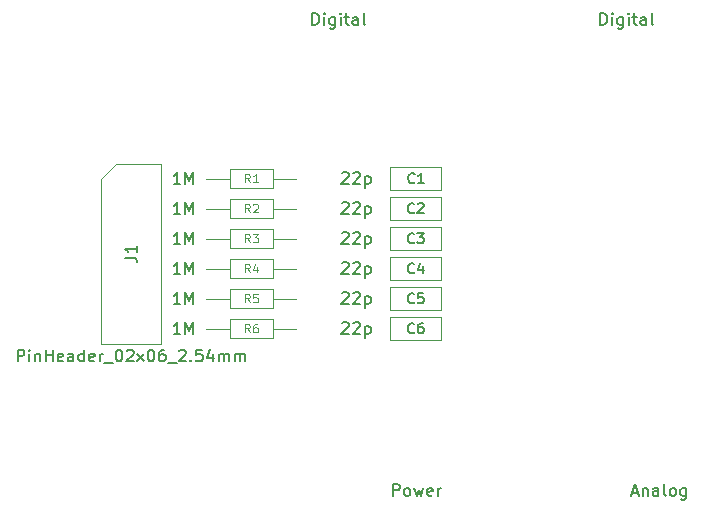
<source format=gbr>
%TF.GenerationSoftware,KiCad,Pcbnew,5.1.6-c6e7f7d~87~ubuntu18.04.1*%
%TF.CreationDate,2020-08-09T15:00:25+02:00*%
%TF.ProjectId,uno-analog-input,756e6f2d-616e-4616-9c6f-672d696e7075,rev?*%
%TF.SameCoordinates,PX69db1f0PY7882d48*%
%TF.FileFunction,Other,Fab,Top*%
%FSLAX46Y46*%
G04 Gerber Fmt 4.6, Leading zero omitted, Abs format (unit mm)*
G04 Created by KiCad (PCBNEW 5.1.6-c6e7f7d~87~ubuntu18.04.1) date 2020-08-09 15:00:25*
%MOMM*%
%LPD*%
G01*
G04 APERTURE LIST*
%ADD10C,0.100000*%
%ADD11C,0.150000*%
%ADD12C,0.129000*%
%ADD13C,0.108000*%
G04 APERTURE END LIST*
D10*
%TO.C,C1*%
X34640000Y33970000D02*
X34640000Y32070000D01*
X34640000Y32070000D02*
X38940000Y32070000D01*
X38940000Y32070000D02*
X38940000Y33970000D01*
X38940000Y33970000D02*
X34640000Y33970000D01*
%TO.C,C2*%
X38940000Y31430000D02*
X34640000Y31430000D01*
X38940000Y29530000D02*
X38940000Y31430000D01*
X34640000Y29530000D02*
X38940000Y29530000D01*
X34640000Y31430000D02*
X34640000Y29530000D01*
%TO.C,C3*%
X34640000Y28890000D02*
X34640000Y26990000D01*
X34640000Y26990000D02*
X38940000Y26990000D01*
X38940000Y26990000D02*
X38940000Y28890000D01*
X38940000Y28890000D02*
X34640000Y28890000D01*
%TO.C,C4*%
X38940000Y26350000D02*
X34640000Y26350000D01*
X38940000Y24450000D02*
X38940000Y26350000D01*
X34640000Y24450000D02*
X38940000Y24450000D01*
X34640000Y26350000D02*
X34640000Y24450000D01*
%TO.C,C5*%
X34640000Y23810000D02*
X34640000Y21910000D01*
X34640000Y21910000D02*
X38940000Y21910000D01*
X38940000Y21910000D02*
X38940000Y23810000D01*
X38940000Y23810000D02*
X34640000Y23810000D01*
%TO.C,C6*%
X38940000Y21270000D02*
X34640000Y21270000D01*
X38940000Y19370000D02*
X38940000Y21270000D01*
X34640000Y19370000D02*
X38940000Y19370000D01*
X34640000Y21270000D02*
X34640000Y19370000D01*
%TO.C,J1*%
X11430000Y34290000D02*
X15240000Y34290000D01*
X15240000Y34290000D02*
X15240000Y19050000D01*
X15240000Y19050000D02*
X10160000Y19050000D01*
X10160000Y19050000D02*
X10160000Y33020000D01*
X10160000Y33020000D02*
X11430000Y34290000D01*
%TO.C,R1*%
X19050000Y33020000D02*
X21060000Y33020000D01*
X26670000Y33020000D02*
X24660000Y33020000D01*
X21060000Y32220000D02*
X24660000Y32220000D01*
X21060000Y33820000D02*
X21060000Y32220000D01*
X24660000Y33820000D02*
X21060000Y33820000D01*
X24660000Y32220000D02*
X24660000Y33820000D01*
%TO.C,R2*%
X24660000Y29680000D02*
X24660000Y31280000D01*
X24660000Y31280000D02*
X21060000Y31280000D01*
X21060000Y31280000D02*
X21060000Y29680000D01*
X21060000Y29680000D02*
X24660000Y29680000D01*
X26670000Y30480000D02*
X24660000Y30480000D01*
X19050000Y30480000D02*
X21060000Y30480000D01*
%TO.C,R3*%
X19050000Y27940000D02*
X21060000Y27940000D01*
X26670000Y27940000D02*
X24660000Y27940000D01*
X21060000Y27140000D02*
X24660000Y27140000D01*
X21060000Y28740000D02*
X21060000Y27140000D01*
X24660000Y28740000D02*
X21060000Y28740000D01*
X24660000Y27140000D02*
X24660000Y28740000D01*
%TO.C,R4*%
X24660000Y24600000D02*
X24660000Y26200000D01*
X24660000Y26200000D02*
X21060000Y26200000D01*
X21060000Y26200000D02*
X21060000Y24600000D01*
X21060000Y24600000D02*
X24660000Y24600000D01*
X26670000Y25400000D02*
X24660000Y25400000D01*
X19050000Y25400000D02*
X21060000Y25400000D01*
%TO.C,R5*%
X19050000Y22860000D02*
X21060000Y22860000D01*
X26670000Y22860000D02*
X24660000Y22860000D01*
X21060000Y22060000D02*
X24660000Y22060000D01*
X21060000Y23660000D02*
X21060000Y22060000D01*
X24660000Y23660000D02*
X21060000Y23660000D01*
X24660000Y22060000D02*
X24660000Y23660000D01*
%TO.C,R6*%
X24660000Y19520000D02*
X24660000Y21120000D01*
X24660000Y21120000D02*
X21060000Y21120000D01*
X21060000Y21120000D02*
X21060000Y19520000D01*
X21060000Y19520000D02*
X24660000Y19520000D01*
X26670000Y20320000D02*
X24660000Y20320000D01*
X19050000Y20320000D02*
X21060000Y20320000D01*
%TD*%
%TO.C,P1*%
D11*
X34853809Y6151620D02*
X34853809Y7151620D01*
X35234761Y7151620D01*
X35330000Y7104000D01*
X35377619Y7056381D01*
X35425238Y6961143D01*
X35425238Y6818286D01*
X35377619Y6723048D01*
X35330000Y6675429D01*
X35234761Y6627810D01*
X34853809Y6627810D01*
X35996666Y6151620D02*
X35901428Y6199239D01*
X35853809Y6246858D01*
X35806190Y6342096D01*
X35806190Y6627810D01*
X35853809Y6723048D01*
X35901428Y6770667D01*
X35996666Y6818286D01*
X36139523Y6818286D01*
X36234761Y6770667D01*
X36282380Y6723048D01*
X36330000Y6627810D01*
X36330000Y6342096D01*
X36282380Y6246858D01*
X36234761Y6199239D01*
X36139523Y6151620D01*
X35996666Y6151620D01*
X36663333Y6818286D02*
X36853809Y6151620D01*
X37044285Y6627810D01*
X37234761Y6151620D01*
X37425238Y6818286D01*
X38187142Y6199239D02*
X38091904Y6151620D01*
X37901428Y6151620D01*
X37806190Y6199239D01*
X37758571Y6294477D01*
X37758571Y6675429D01*
X37806190Y6770667D01*
X37901428Y6818286D01*
X38091904Y6818286D01*
X38187142Y6770667D01*
X38234761Y6675429D01*
X38234761Y6580191D01*
X37758571Y6484953D01*
X38663333Y6151620D02*
X38663333Y6818286D01*
X38663333Y6627810D02*
X38710952Y6723048D01*
X38758571Y6770667D01*
X38853809Y6818286D01*
X38949047Y6818286D01*
%TO.C,P2*%
X55094476Y6437334D02*
X55570666Y6437334D01*
X54999238Y6151620D02*
X55332571Y7151620D01*
X55665904Y6151620D01*
X55999238Y6818286D02*
X55999238Y6151620D01*
X55999238Y6723048D02*
X56046857Y6770667D01*
X56142095Y6818286D01*
X56284952Y6818286D01*
X56380190Y6770667D01*
X56427809Y6675429D01*
X56427809Y6151620D01*
X57332571Y6151620D02*
X57332571Y6675429D01*
X57284952Y6770667D01*
X57189714Y6818286D01*
X56999238Y6818286D01*
X56904000Y6770667D01*
X57332571Y6199239D02*
X57237333Y6151620D01*
X56999238Y6151620D01*
X56904000Y6199239D01*
X56856380Y6294477D01*
X56856380Y6389715D01*
X56904000Y6484953D01*
X56999238Y6532572D01*
X57237333Y6532572D01*
X57332571Y6580191D01*
X57951619Y6151620D02*
X57856380Y6199239D01*
X57808761Y6294477D01*
X57808761Y7151620D01*
X58475428Y6151620D02*
X58380190Y6199239D01*
X58332571Y6246858D01*
X58284952Y6342096D01*
X58284952Y6627810D01*
X58332571Y6723048D01*
X58380190Y6770667D01*
X58475428Y6818286D01*
X58618285Y6818286D01*
X58713523Y6770667D01*
X58761142Y6723048D01*
X58808761Y6627810D01*
X58808761Y6342096D01*
X58761142Y6246858D01*
X58713523Y6199239D01*
X58618285Y6151620D01*
X58475428Y6151620D01*
X59665904Y6818286D02*
X59665904Y6008762D01*
X59618285Y5913524D01*
X59570666Y5865905D01*
X59475428Y5818286D01*
X59332571Y5818286D01*
X59237333Y5865905D01*
X59665904Y6199239D02*
X59570666Y6151620D01*
X59380190Y6151620D01*
X59284952Y6199239D01*
X59237333Y6246858D01*
X59189714Y6342096D01*
X59189714Y6627810D01*
X59237333Y6723048D01*
X59284952Y6770667D01*
X59380190Y6818286D01*
X59570666Y6818286D01*
X59665904Y6770667D01*
%TO.C,P3*%
X28035523Y46029620D02*
X28035523Y47029620D01*
X28273619Y47029620D01*
X28416476Y46982000D01*
X28511714Y46886762D01*
X28559333Y46791524D01*
X28606952Y46601048D01*
X28606952Y46458191D01*
X28559333Y46267715D01*
X28511714Y46172477D01*
X28416476Y46077239D01*
X28273619Y46029620D01*
X28035523Y46029620D01*
X29035523Y46029620D02*
X29035523Y46696286D01*
X29035523Y47029620D02*
X28987904Y46982000D01*
X29035523Y46934381D01*
X29083142Y46982000D01*
X29035523Y47029620D01*
X29035523Y46934381D01*
X29940285Y46696286D02*
X29940285Y45886762D01*
X29892666Y45791524D01*
X29845047Y45743905D01*
X29749809Y45696286D01*
X29606952Y45696286D01*
X29511714Y45743905D01*
X29940285Y46077239D02*
X29845047Y46029620D01*
X29654571Y46029620D01*
X29559333Y46077239D01*
X29511714Y46124858D01*
X29464095Y46220096D01*
X29464095Y46505810D01*
X29511714Y46601048D01*
X29559333Y46648667D01*
X29654571Y46696286D01*
X29845047Y46696286D01*
X29940285Y46648667D01*
X30416476Y46029620D02*
X30416476Y46696286D01*
X30416476Y47029620D02*
X30368857Y46982000D01*
X30416476Y46934381D01*
X30464095Y46982000D01*
X30416476Y47029620D01*
X30416476Y46934381D01*
X30749809Y46696286D02*
X31130761Y46696286D01*
X30892666Y47029620D02*
X30892666Y46172477D01*
X30940285Y46077239D01*
X31035523Y46029620D01*
X31130761Y46029620D01*
X31892666Y46029620D02*
X31892666Y46553429D01*
X31845047Y46648667D01*
X31749809Y46696286D01*
X31559333Y46696286D01*
X31464095Y46648667D01*
X31892666Y46077239D02*
X31797428Y46029620D01*
X31559333Y46029620D01*
X31464095Y46077239D01*
X31416476Y46172477D01*
X31416476Y46267715D01*
X31464095Y46362953D01*
X31559333Y46410572D01*
X31797428Y46410572D01*
X31892666Y46458191D01*
X32511714Y46029620D02*
X32416476Y46077239D01*
X32368857Y46172477D01*
X32368857Y47029620D01*
%TO.C,P4*%
X52419523Y46029620D02*
X52419523Y47029620D01*
X52657619Y47029620D01*
X52800476Y46982000D01*
X52895714Y46886762D01*
X52943333Y46791524D01*
X52990952Y46601048D01*
X52990952Y46458191D01*
X52943333Y46267715D01*
X52895714Y46172477D01*
X52800476Y46077239D01*
X52657619Y46029620D01*
X52419523Y46029620D01*
X53419523Y46029620D02*
X53419523Y46696286D01*
X53419523Y47029620D02*
X53371904Y46982000D01*
X53419523Y46934381D01*
X53467142Y46982000D01*
X53419523Y47029620D01*
X53419523Y46934381D01*
X54324285Y46696286D02*
X54324285Y45886762D01*
X54276666Y45791524D01*
X54229047Y45743905D01*
X54133809Y45696286D01*
X53990952Y45696286D01*
X53895714Y45743905D01*
X54324285Y46077239D02*
X54229047Y46029620D01*
X54038571Y46029620D01*
X53943333Y46077239D01*
X53895714Y46124858D01*
X53848095Y46220096D01*
X53848095Y46505810D01*
X53895714Y46601048D01*
X53943333Y46648667D01*
X54038571Y46696286D01*
X54229047Y46696286D01*
X54324285Y46648667D01*
X54800476Y46029620D02*
X54800476Y46696286D01*
X54800476Y47029620D02*
X54752857Y46982000D01*
X54800476Y46934381D01*
X54848095Y46982000D01*
X54800476Y47029620D01*
X54800476Y46934381D01*
X55133809Y46696286D02*
X55514761Y46696286D01*
X55276666Y47029620D02*
X55276666Y46172477D01*
X55324285Y46077239D01*
X55419523Y46029620D01*
X55514761Y46029620D01*
X56276666Y46029620D02*
X56276666Y46553429D01*
X56229047Y46648667D01*
X56133809Y46696286D01*
X55943333Y46696286D01*
X55848095Y46648667D01*
X56276666Y46077239D02*
X56181428Y46029620D01*
X55943333Y46029620D01*
X55848095Y46077239D01*
X55800476Y46172477D01*
X55800476Y46267715D01*
X55848095Y46362953D01*
X55943333Y46410572D01*
X56181428Y46410572D01*
X56276666Y46458191D01*
X56895714Y46029620D02*
X56800476Y46077239D01*
X56752857Y46172477D01*
X56752857Y47029620D01*
%TO.C,C1*%
X30535714Y33472381D02*
X30583333Y33520000D01*
X30678571Y33567620D01*
X30916666Y33567620D01*
X31011904Y33520000D01*
X31059523Y33472381D01*
X31107142Y33377143D01*
X31107142Y33281905D01*
X31059523Y33139048D01*
X30488095Y32567620D01*
X31107142Y32567620D01*
X31488095Y33472381D02*
X31535714Y33520000D01*
X31630952Y33567620D01*
X31869047Y33567620D01*
X31964285Y33520000D01*
X32011904Y33472381D01*
X32059523Y33377143D01*
X32059523Y33281905D01*
X32011904Y33139048D01*
X31440476Y32567620D01*
X32059523Y32567620D01*
X32488095Y33234286D02*
X32488095Y32234286D01*
X32488095Y33186667D02*
X32583333Y33234286D01*
X32773809Y33234286D01*
X32869047Y33186667D01*
X32916666Y33139048D01*
X32964285Y33043810D01*
X32964285Y32758096D01*
X32916666Y32662858D01*
X32869047Y32615239D01*
X32773809Y32567620D01*
X32583333Y32567620D01*
X32488095Y32615239D01*
D12*
X36686666Y32712858D02*
X36645714Y32671905D01*
X36522857Y32630953D01*
X36440952Y32630953D01*
X36318095Y32671905D01*
X36236190Y32753810D01*
X36195238Y32835715D01*
X36154285Y32999524D01*
X36154285Y33122381D01*
X36195238Y33286191D01*
X36236190Y33368096D01*
X36318095Y33450000D01*
X36440952Y33490953D01*
X36522857Y33490953D01*
X36645714Y33450000D01*
X36686666Y33409048D01*
X37505714Y32630953D02*
X37014285Y32630953D01*
X37260000Y32630953D02*
X37260000Y33490953D01*
X37178095Y33368096D01*
X37096190Y33286191D01*
X37014285Y33245239D01*
%TO.C,C2*%
D11*
X30535714Y30932381D02*
X30583333Y30980000D01*
X30678571Y31027620D01*
X30916666Y31027620D01*
X31011904Y30980000D01*
X31059523Y30932381D01*
X31107142Y30837143D01*
X31107142Y30741905D01*
X31059523Y30599048D01*
X30488095Y30027620D01*
X31107142Y30027620D01*
X31488095Y30932381D02*
X31535714Y30980000D01*
X31630952Y31027620D01*
X31869047Y31027620D01*
X31964285Y30980000D01*
X32011904Y30932381D01*
X32059523Y30837143D01*
X32059523Y30741905D01*
X32011904Y30599048D01*
X31440476Y30027620D01*
X32059523Y30027620D01*
X32488095Y30694286D02*
X32488095Y29694286D01*
X32488095Y30646667D02*
X32583333Y30694286D01*
X32773809Y30694286D01*
X32869047Y30646667D01*
X32916666Y30599048D01*
X32964285Y30503810D01*
X32964285Y30218096D01*
X32916666Y30122858D01*
X32869047Y30075239D01*
X32773809Y30027620D01*
X32583333Y30027620D01*
X32488095Y30075239D01*
D12*
X36646666Y30172858D02*
X36605714Y30131905D01*
X36482857Y30090953D01*
X36400952Y30090953D01*
X36278095Y30131905D01*
X36196190Y30213810D01*
X36155238Y30295715D01*
X36114285Y30459524D01*
X36114285Y30582381D01*
X36155238Y30746191D01*
X36196190Y30828096D01*
X36278095Y30910000D01*
X36400952Y30950953D01*
X36482857Y30950953D01*
X36605714Y30910000D01*
X36646666Y30869048D01*
X36974285Y30869048D02*
X37015238Y30910000D01*
X37097142Y30950953D01*
X37301904Y30950953D01*
X37383809Y30910000D01*
X37424761Y30869048D01*
X37465714Y30787143D01*
X37465714Y30705239D01*
X37424761Y30582381D01*
X36933333Y30090953D01*
X37465714Y30090953D01*
%TO.C,C3*%
D11*
X30535714Y28392381D02*
X30583333Y28440000D01*
X30678571Y28487620D01*
X30916666Y28487620D01*
X31011904Y28440000D01*
X31059523Y28392381D01*
X31107142Y28297143D01*
X31107142Y28201905D01*
X31059523Y28059048D01*
X30488095Y27487620D01*
X31107142Y27487620D01*
X31488095Y28392381D02*
X31535714Y28440000D01*
X31630952Y28487620D01*
X31869047Y28487620D01*
X31964285Y28440000D01*
X32011904Y28392381D01*
X32059523Y28297143D01*
X32059523Y28201905D01*
X32011904Y28059048D01*
X31440476Y27487620D01*
X32059523Y27487620D01*
X32488095Y28154286D02*
X32488095Y27154286D01*
X32488095Y28106667D02*
X32583333Y28154286D01*
X32773809Y28154286D01*
X32869047Y28106667D01*
X32916666Y28059048D01*
X32964285Y27963810D01*
X32964285Y27678096D01*
X32916666Y27582858D01*
X32869047Y27535239D01*
X32773809Y27487620D01*
X32583333Y27487620D01*
X32488095Y27535239D01*
D12*
X36646666Y27632858D02*
X36605714Y27591905D01*
X36482857Y27550953D01*
X36400952Y27550953D01*
X36278095Y27591905D01*
X36196190Y27673810D01*
X36155238Y27755715D01*
X36114285Y27919524D01*
X36114285Y28042381D01*
X36155238Y28206191D01*
X36196190Y28288096D01*
X36278095Y28370000D01*
X36400952Y28410953D01*
X36482857Y28410953D01*
X36605714Y28370000D01*
X36646666Y28329048D01*
X36933333Y28410953D02*
X37465714Y28410953D01*
X37179047Y28083334D01*
X37301904Y28083334D01*
X37383809Y28042381D01*
X37424761Y28001429D01*
X37465714Y27919524D01*
X37465714Y27714762D01*
X37424761Y27632858D01*
X37383809Y27591905D01*
X37301904Y27550953D01*
X37056190Y27550953D01*
X36974285Y27591905D01*
X36933333Y27632858D01*
%TO.C,C4*%
D11*
X30535714Y25852381D02*
X30583333Y25900000D01*
X30678571Y25947620D01*
X30916666Y25947620D01*
X31011904Y25900000D01*
X31059523Y25852381D01*
X31107142Y25757143D01*
X31107142Y25661905D01*
X31059523Y25519048D01*
X30488095Y24947620D01*
X31107142Y24947620D01*
X31488095Y25852381D02*
X31535714Y25900000D01*
X31630952Y25947620D01*
X31869047Y25947620D01*
X31964285Y25900000D01*
X32011904Y25852381D01*
X32059523Y25757143D01*
X32059523Y25661905D01*
X32011904Y25519048D01*
X31440476Y24947620D01*
X32059523Y24947620D01*
X32488095Y25614286D02*
X32488095Y24614286D01*
X32488095Y25566667D02*
X32583333Y25614286D01*
X32773809Y25614286D01*
X32869047Y25566667D01*
X32916666Y25519048D01*
X32964285Y25423810D01*
X32964285Y25138096D01*
X32916666Y25042858D01*
X32869047Y24995239D01*
X32773809Y24947620D01*
X32583333Y24947620D01*
X32488095Y24995239D01*
D12*
X36646666Y25092858D02*
X36605714Y25051905D01*
X36482857Y25010953D01*
X36400952Y25010953D01*
X36278095Y25051905D01*
X36196190Y25133810D01*
X36155238Y25215715D01*
X36114285Y25379524D01*
X36114285Y25502381D01*
X36155238Y25666191D01*
X36196190Y25748096D01*
X36278095Y25830000D01*
X36400952Y25870953D01*
X36482857Y25870953D01*
X36605714Y25830000D01*
X36646666Y25789048D01*
X37383809Y25584286D02*
X37383809Y25010953D01*
X37179047Y25911905D02*
X36974285Y25297620D01*
X37506666Y25297620D01*
%TO.C,C5*%
D11*
X30535714Y20772381D02*
X30583333Y20820000D01*
X30678571Y20867620D01*
X30916666Y20867620D01*
X31011904Y20820000D01*
X31059523Y20772381D01*
X31107142Y20677143D01*
X31107142Y20581905D01*
X31059523Y20439048D01*
X30488095Y19867620D01*
X31107142Y19867620D01*
X31488095Y20772381D02*
X31535714Y20820000D01*
X31630952Y20867620D01*
X31869047Y20867620D01*
X31964285Y20820000D01*
X32011904Y20772381D01*
X32059523Y20677143D01*
X32059523Y20581905D01*
X32011904Y20439048D01*
X31440476Y19867620D01*
X32059523Y19867620D01*
X32488095Y20534286D02*
X32488095Y19534286D01*
X32488095Y20486667D02*
X32583333Y20534286D01*
X32773809Y20534286D01*
X32869047Y20486667D01*
X32916666Y20439048D01*
X32964285Y20343810D01*
X32964285Y20058096D01*
X32916666Y19962858D01*
X32869047Y19915239D01*
X32773809Y19867620D01*
X32583333Y19867620D01*
X32488095Y19915239D01*
D12*
X36646666Y22552858D02*
X36605714Y22511905D01*
X36482857Y22470953D01*
X36400952Y22470953D01*
X36278095Y22511905D01*
X36196190Y22593810D01*
X36155238Y22675715D01*
X36114285Y22839524D01*
X36114285Y22962381D01*
X36155238Y23126191D01*
X36196190Y23208096D01*
X36278095Y23290000D01*
X36400952Y23330953D01*
X36482857Y23330953D01*
X36605714Y23290000D01*
X36646666Y23249048D01*
X37424761Y23330953D02*
X37015238Y23330953D01*
X36974285Y22921429D01*
X37015238Y22962381D01*
X37097142Y23003334D01*
X37301904Y23003334D01*
X37383809Y22962381D01*
X37424761Y22921429D01*
X37465714Y22839524D01*
X37465714Y22634762D01*
X37424761Y22552858D01*
X37383809Y22511905D01*
X37301904Y22470953D01*
X37097142Y22470953D01*
X37015238Y22511905D01*
X36974285Y22552858D01*
%TO.C,C6*%
D11*
X30535714Y23312381D02*
X30583333Y23360000D01*
X30678571Y23407620D01*
X30916666Y23407620D01*
X31011904Y23360000D01*
X31059523Y23312381D01*
X31107142Y23217143D01*
X31107142Y23121905D01*
X31059523Y22979048D01*
X30488095Y22407620D01*
X31107142Y22407620D01*
X31488095Y23312381D02*
X31535714Y23360000D01*
X31630952Y23407620D01*
X31869047Y23407620D01*
X31964285Y23360000D01*
X32011904Y23312381D01*
X32059523Y23217143D01*
X32059523Y23121905D01*
X32011904Y22979048D01*
X31440476Y22407620D01*
X32059523Y22407620D01*
X32488095Y23074286D02*
X32488095Y22074286D01*
X32488095Y23026667D02*
X32583333Y23074286D01*
X32773809Y23074286D01*
X32869047Y23026667D01*
X32916666Y22979048D01*
X32964285Y22883810D01*
X32964285Y22598096D01*
X32916666Y22502858D01*
X32869047Y22455239D01*
X32773809Y22407620D01*
X32583333Y22407620D01*
X32488095Y22455239D01*
D12*
X36646666Y20012858D02*
X36605714Y19971905D01*
X36482857Y19930953D01*
X36400952Y19930953D01*
X36278095Y19971905D01*
X36196190Y20053810D01*
X36155238Y20135715D01*
X36114285Y20299524D01*
X36114285Y20422381D01*
X36155238Y20586191D01*
X36196190Y20668096D01*
X36278095Y20750000D01*
X36400952Y20790953D01*
X36482857Y20790953D01*
X36605714Y20750000D01*
X36646666Y20709048D01*
X37383809Y20790953D02*
X37220000Y20790953D01*
X37138095Y20750000D01*
X37097142Y20709048D01*
X37015238Y20586191D01*
X36974285Y20422381D01*
X36974285Y20094762D01*
X37015238Y20012858D01*
X37056190Y19971905D01*
X37138095Y19930953D01*
X37301904Y19930953D01*
X37383809Y19971905D01*
X37424761Y20012858D01*
X37465714Y20094762D01*
X37465714Y20299524D01*
X37424761Y20381429D01*
X37383809Y20422381D01*
X37301904Y20463334D01*
X37138095Y20463334D01*
X37056190Y20422381D01*
X37015238Y20381429D01*
X36974285Y20299524D01*
%TO.C,J1*%
D11*
X3080952Y17537620D02*
X3080952Y18537620D01*
X3461904Y18537620D01*
X3557142Y18490000D01*
X3604761Y18442381D01*
X3652380Y18347143D01*
X3652380Y18204286D01*
X3604761Y18109048D01*
X3557142Y18061429D01*
X3461904Y18013810D01*
X3080952Y18013810D01*
X4080952Y17537620D02*
X4080952Y18204286D01*
X4080952Y18537620D02*
X4033333Y18490000D01*
X4080952Y18442381D01*
X4128571Y18490000D01*
X4080952Y18537620D01*
X4080952Y18442381D01*
X4557142Y18204286D02*
X4557142Y17537620D01*
X4557142Y18109048D02*
X4604761Y18156667D01*
X4700000Y18204286D01*
X4842857Y18204286D01*
X4938095Y18156667D01*
X4985714Y18061429D01*
X4985714Y17537620D01*
X5461904Y17537620D02*
X5461904Y18537620D01*
X5461904Y18061429D02*
X6033333Y18061429D01*
X6033333Y17537620D02*
X6033333Y18537620D01*
X6890476Y17585239D02*
X6795238Y17537620D01*
X6604761Y17537620D01*
X6509523Y17585239D01*
X6461904Y17680477D01*
X6461904Y18061429D01*
X6509523Y18156667D01*
X6604761Y18204286D01*
X6795238Y18204286D01*
X6890476Y18156667D01*
X6938095Y18061429D01*
X6938095Y17966191D01*
X6461904Y17870953D01*
X7795238Y17537620D02*
X7795238Y18061429D01*
X7747619Y18156667D01*
X7652380Y18204286D01*
X7461904Y18204286D01*
X7366666Y18156667D01*
X7795238Y17585239D02*
X7700000Y17537620D01*
X7461904Y17537620D01*
X7366666Y17585239D01*
X7319047Y17680477D01*
X7319047Y17775715D01*
X7366666Y17870953D01*
X7461904Y17918572D01*
X7700000Y17918572D01*
X7795238Y17966191D01*
X8700000Y17537620D02*
X8700000Y18537620D01*
X8700000Y17585239D02*
X8604761Y17537620D01*
X8414285Y17537620D01*
X8319047Y17585239D01*
X8271428Y17632858D01*
X8223809Y17728096D01*
X8223809Y18013810D01*
X8271428Y18109048D01*
X8319047Y18156667D01*
X8414285Y18204286D01*
X8604761Y18204286D01*
X8700000Y18156667D01*
X9557142Y17585239D02*
X9461904Y17537620D01*
X9271428Y17537620D01*
X9176190Y17585239D01*
X9128571Y17680477D01*
X9128571Y18061429D01*
X9176190Y18156667D01*
X9271428Y18204286D01*
X9461904Y18204286D01*
X9557142Y18156667D01*
X9604761Y18061429D01*
X9604761Y17966191D01*
X9128571Y17870953D01*
X10033333Y17537620D02*
X10033333Y18204286D01*
X10033333Y18013810D02*
X10080952Y18109048D01*
X10128571Y18156667D01*
X10223809Y18204286D01*
X10319047Y18204286D01*
X10414285Y17442381D02*
X11176190Y17442381D01*
X11604761Y18537620D02*
X11700000Y18537620D01*
X11795238Y18490000D01*
X11842857Y18442381D01*
X11890476Y18347143D01*
X11938095Y18156667D01*
X11938095Y17918572D01*
X11890476Y17728096D01*
X11842857Y17632858D01*
X11795238Y17585239D01*
X11700000Y17537620D01*
X11604761Y17537620D01*
X11509523Y17585239D01*
X11461904Y17632858D01*
X11414285Y17728096D01*
X11366666Y17918572D01*
X11366666Y18156667D01*
X11414285Y18347143D01*
X11461904Y18442381D01*
X11509523Y18490000D01*
X11604761Y18537620D01*
X12319047Y18442381D02*
X12366666Y18490000D01*
X12461904Y18537620D01*
X12700000Y18537620D01*
X12795238Y18490000D01*
X12842857Y18442381D01*
X12890476Y18347143D01*
X12890476Y18251905D01*
X12842857Y18109048D01*
X12271428Y17537620D01*
X12890476Y17537620D01*
X13223809Y17537620D02*
X13747619Y18204286D01*
X13223809Y18204286D02*
X13747619Y17537620D01*
X14319047Y18537620D02*
X14414285Y18537620D01*
X14509523Y18490000D01*
X14557142Y18442381D01*
X14604761Y18347143D01*
X14652380Y18156667D01*
X14652380Y17918572D01*
X14604761Y17728096D01*
X14557142Y17632858D01*
X14509523Y17585239D01*
X14414285Y17537620D01*
X14319047Y17537620D01*
X14223809Y17585239D01*
X14176190Y17632858D01*
X14128571Y17728096D01*
X14080952Y17918572D01*
X14080952Y18156667D01*
X14128571Y18347143D01*
X14176190Y18442381D01*
X14223809Y18490000D01*
X14319047Y18537620D01*
X15509523Y18537620D02*
X15319047Y18537620D01*
X15223809Y18490000D01*
X15176190Y18442381D01*
X15080952Y18299524D01*
X15033333Y18109048D01*
X15033333Y17728096D01*
X15080952Y17632858D01*
X15128571Y17585239D01*
X15223809Y17537620D01*
X15414285Y17537620D01*
X15509523Y17585239D01*
X15557142Y17632858D01*
X15604761Y17728096D01*
X15604761Y17966191D01*
X15557142Y18061429D01*
X15509523Y18109048D01*
X15414285Y18156667D01*
X15223809Y18156667D01*
X15128571Y18109048D01*
X15080952Y18061429D01*
X15033333Y17966191D01*
X15795238Y17442381D02*
X16557142Y17442381D01*
X16747619Y18442381D02*
X16795238Y18490000D01*
X16890476Y18537620D01*
X17128571Y18537620D01*
X17223809Y18490000D01*
X17271428Y18442381D01*
X17319047Y18347143D01*
X17319047Y18251905D01*
X17271428Y18109048D01*
X16700000Y17537620D01*
X17319047Y17537620D01*
X17747619Y17632858D02*
X17795238Y17585239D01*
X17747619Y17537620D01*
X17700000Y17585239D01*
X17747619Y17632858D01*
X17747619Y17537620D01*
X18700000Y18537620D02*
X18223809Y18537620D01*
X18176190Y18061429D01*
X18223809Y18109048D01*
X18319047Y18156667D01*
X18557142Y18156667D01*
X18652380Y18109048D01*
X18700000Y18061429D01*
X18747619Y17966191D01*
X18747619Y17728096D01*
X18700000Y17632858D01*
X18652380Y17585239D01*
X18557142Y17537620D01*
X18319047Y17537620D01*
X18223809Y17585239D01*
X18176190Y17632858D01*
X19604761Y18204286D02*
X19604761Y17537620D01*
X19366666Y18585239D02*
X19128571Y17870953D01*
X19747619Y17870953D01*
X20128571Y17537620D02*
X20128571Y18204286D01*
X20128571Y18109048D02*
X20176190Y18156667D01*
X20271428Y18204286D01*
X20414285Y18204286D01*
X20509523Y18156667D01*
X20557142Y18061429D01*
X20557142Y17537620D01*
X20557142Y18061429D02*
X20604761Y18156667D01*
X20700000Y18204286D01*
X20842857Y18204286D01*
X20938095Y18156667D01*
X20985714Y18061429D01*
X20985714Y17537620D01*
X21461904Y17537620D02*
X21461904Y18204286D01*
X21461904Y18109048D02*
X21509523Y18156667D01*
X21604761Y18204286D01*
X21747619Y18204286D01*
X21842857Y18156667D01*
X21890476Y18061429D01*
X21890476Y17537620D01*
X21890476Y18061429D02*
X21938095Y18156667D01*
X22033333Y18204286D01*
X22176190Y18204286D01*
X22271428Y18156667D01*
X22319047Y18061429D01*
X22319047Y17537620D01*
X12152380Y26336667D02*
X12866666Y26336667D01*
X13009523Y26289048D01*
X13104761Y26193810D01*
X13152380Y26050953D01*
X13152380Y25955715D01*
X13152380Y27336667D02*
X13152380Y26765239D01*
X13152380Y27050953D02*
X12152380Y27050953D01*
X12295238Y26955715D01*
X12390476Y26860477D01*
X12438095Y26765239D01*
%TO.C,R1*%
X16859285Y32567620D02*
X16287857Y32567620D01*
X16573571Y32567620D02*
X16573571Y33567620D01*
X16478333Y33424762D01*
X16383095Y33329524D01*
X16287857Y33281905D01*
X17287857Y32567620D02*
X17287857Y33567620D01*
X17621190Y32853334D01*
X17954523Y33567620D01*
X17954523Y32567620D01*
D13*
X22740000Y32694286D02*
X22500000Y33037143D01*
X22328571Y32694286D02*
X22328571Y33414286D01*
X22602857Y33414286D01*
X22671428Y33380000D01*
X22705714Y33345715D01*
X22740000Y33277143D01*
X22740000Y33174286D01*
X22705714Y33105715D01*
X22671428Y33071429D01*
X22602857Y33037143D01*
X22328571Y33037143D01*
X23425714Y32694286D02*
X23014285Y32694286D01*
X23220000Y32694286D02*
X23220000Y33414286D01*
X23151428Y33311429D01*
X23082857Y33242858D01*
X23014285Y33208572D01*
%TO.C,R2*%
D11*
X16859285Y30027620D02*
X16287857Y30027620D01*
X16573571Y30027620D02*
X16573571Y31027620D01*
X16478333Y30884762D01*
X16383095Y30789524D01*
X16287857Y30741905D01*
X17287857Y30027620D02*
X17287857Y31027620D01*
X17621190Y30313334D01*
X17954523Y31027620D01*
X17954523Y30027620D01*
D13*
X22740000Y30154286D02*
X22500000Y30497143D01*
X22328571Y30154286D02*
X22328571Y30874286D01*
X22602857Y30874286D01*
X22671428Y30840000D01*
X22705714Y30805715D01*
X22740000Y30737143D01*
X22740000Y30634286D01*
X22705714Y30565715D01*
X22671428Y30531429D01*
X22602857Y30497143D01*
X22328571Y30497143D01*
X23014285Y30805715D02*
X23048571Y30840000D01*
X23117142Y30874286D01*
X23288571Y30874286D01*
X23357142Y30840000D01*
X23391428Y30805715D01*
X23425714Y30737143D01*
X23425714Y30668572D01*
X23391428Y30565715D01*
X22980000Y30154286D01*
X23425714Y30154286D01*
%TO.C,R3*%
D11*
X16859285Y27487620D02*
X16287857Y27487620D01*
X16573571Y27487620D02*
X16573571Y28487620D01*
X16478333Y28344762D01*
X16383095Y28249524D01*
X16287857Y28201905D01*
X17287857Y27487620D02*
X17287857Y28487620D01*
X17621190Y27773334D01*
X17954523Y28487620D01*
X17954523Y27487620D01*
D13*
X22740000Y27614286D02*
X22500000Y27957143D01*
X22328571Y27614286D02*
X22328571Y28334286D01*
X22602857Y28334286D01*
X22671428Y28300000D01*
X22705714Y28265715D01*
X22740000Y28197143D01*
X22740000Y28094286D01*
X22705714Y28025715D01*
X22671428Y27991429D01*
X22602857Y27957143D01*
X22328571Y27957143D01*
X22980000Y28334286D02*
X23425714Y28334286D01*
X23185714Y28060000D01*
X23288571Y28060000D01*
X23357142Y28025715D01*
X23391428Y27991429D01*
X23425714Y27922858D01*
X23425714Y27751429D01*
X23391428Y27682858D01*
X23357142Y27648572D01*
X23288571Y27614286D01*
X23082857Y27614286D01*
X23014285Y27648572D01*
X22980000Y27682858D01*
%TO.C,R4*%
D11*
X16859285Y24947620D02*
X16287857Y24947620D01*
X16573571Y24947620D02*
X16573571Y25947620D01*
X16478333Y25804762D01*
X16383095Y25709524D01*
X16287857Y25661905D01*
X17287857Y24947620D02*
X17287857Y25947620D01*
X17621190Y25233334D01*
X17954523Y25947620D01*
X17954523Y24947620D01*
D13*
X22740000Y25074286D02*
X22500000Y25417143D01*
X22328571Y25074286D02*
X22328571Y25794286D01*
X22602857Y25794286D01*
X22671428Y25760000D01*
X22705714Y25725715D01*
X22740000Y25657143D01*
X22740000Y25554286D01*
X22705714Y25485715D01*
X22671428Y25451429D01*
X22602857Y25417143D01*
X22328571Y25417143D01*
X23357142Y25554286D02*
X23357142Y25074286D01*
X23185714Y25828572D02*
X23014285Y25314286D01*
X23460000Y25314286D01*
%TO.C,R5*%
D11*
X16859285Y22407620D02*
X16287857Y22407620D01*
X16573571Y22407620D02*
X16573571Y23407620D01*
X16478333Y23264762D01*
X16383095Y23169524D01*
X16287857Y23121905D01*
X17287857Y22407620D02*
X17287857Y23407620D01*
X17621190Y22693334D01*
X17954523Y23407620D01*
X17954523Y22407620D01*
D13*
X22740000Y22534286D02*
X22500000Y22877143D01*
X22328571Y22534286D02*
X22328571Y23254286D01*
X22602857Y23254286D01*
X22671428Y23220000D01*
X22705714Y23185715D01*
X22740000Y23117143D01*
X22740000Y23014286D01*
X22705714Y22945715D01*
X22671428Y22911429D01*
X22602857Y22877143D01*
X22328571Y22877143D01*
X23391428Y23254286D02*
X23048571Y23254286D01*
X23014285Y22911429D01*
X23048571Y22945715D01*
X23117142Y22980000D01*
X23288571Y22980000D01*
X23357142Y22945715D01*
X23391428Y22911429D01*
X23425714Y22842858D01*
X23425714Y22671429D01*
X23391428Y22602858D01*
X23357142Y22568572D01*
X23288571Y22534286D01*
X23117142Y22534286D01*
X23048571Y22568572D01*
X23014285Y22602858D01*
%TO.C,R6*%
D11*
X16859285Y19867620D02*
X16287857Y19867620D01*
X16573571Y19867620D02*
X16573571Y20867620D01*
X16478333Y20724762D01*
X16383095Y20629524D01*
X16287857Y20581905D01*
X17287857Y19867620D02*
X17287857Y20867620D01*
X17621190Y20153334D01*
X17954523Y20867620D01*
X17954523Y19867620D01*
D13*
X22740000Y19994286D02*
X22500000Y20337143D01*
X22328571Y19994286D02*
X22328571Y20714286D01*
X22602857Y20714286D01*
X22671428Y20680000D01*
X22705714Y20645715D01*
X22740000Y20577143D01*
X22740000Y20474286D01*
X22705714Y20405715D01*
X22671428Y20371429D01*
X22602857Y20337143D01*
X22328571Y20337143D01*
X23357142Y20714286D02*
X23220000Y20714286D01*
X23151428Y20680000D01*
X23117142Y20645715D01*
X23048571Y20542858D01*
X23014285Y20405715D01*
X23014285Y20131429D01*
X23048571Y20062858D01*
X23082857Y20028572D01*
X23151428Y19994286D01*
X23288571Y19994286D01*
X23357142Y20028572D01*
X23391428Y20062858D01*
X23425714Y20131429D01*
X23425714Y20302858D01*
X23391428Y20371429D01*
X23357142Y20405715D01*
X23288571Y20440000D01*
X23151428Y20440000D01*
X23082857Y20405715D01*
X23048571Y20371429D01*
X23014285Y20302858D01*
%TD*%
M02*

</source>
